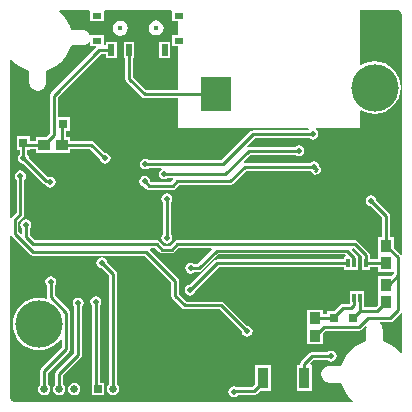
<source format=gtl>
G04*
G04 #@! TF.GenerationSoftware,Altium Limited,Altium Designer,18.1.6 (161)*
G04*
G04 Layer_Physical_Order=1*
G04 Layer_Color=255*
%FSTAX24Y24*%
%MOIN*%
G70*
G01*
G75*
%ADD15C,0.0100*%
%ADD16R,0.0295X0.0315*%
%ADD17R,0.0394X0.0374*%
%ADD18R,0.0315X0.0295*%
%ADD19R,0.0374X0.0394*%
%ADD20R,0.0118X0.0276*%
%ADD21R,0.0642X0.0689*%
%ADD22R,0.0315X0.0197*%
%ADD23R,0.0197X0.0394*%
%ADD24R,0.0354X0.0709*%
%ADD25R,0.1024X0.1181*%
%ADD26R,0.1417X0.1181*%
%ADD36C,0.0118*%
%ADD37C,0.0256*%
%ADD38R,0.0256X0.0256*%
%ADD39C,0.0167*%
%ADD40C,0.0200*%
%ADD41C,0.1575*%
G36*
X016767Y014758D02*
X016767Y014758D01*
X016815Y014754D01*
X016879Y014727D01*
X016935Y014671D01*
X016966Y014598D01*
X016966Y014559D01*
X016966Y014558D01*
Y006611D01*
X016916Y006596D01*
X016914Y006599D01*
X016693Y006819D01*
Y007175D01*
X016558D01*
Y007884D01*
X016548Y007934D01*
X01652Y007977D01*
X016107Y00839D01*
X016094Y008456D01*
X016054Y008515D01*
X015995Y008554D01*
X015925Y008568D01*
X015855Y008554D01*
X015796Y008515D01*
X015757Y008456D01*
X015743Y008386D01*
X015757Y008316D01*
X015796Y008257D01*
X015855Y008217D01*
X015921Y008204D01*
X016296Y007829D01*
Y007175D01*
X016161D01*
Y006635D01*
X016161Y006624D01*
X016161D01*
Y006585D01*
X016161D01*
Y00644D01*
X015896D01*
Y006526D01*
X01588D01*
Y006586D01*
X01587Y006636D01*
X015842Y006678D01*
X015488Y007032D01*
X015446Y00706D01*
X015396Y00707D01*
X009453D01*
X009403Y00706D01*
X00936Y007032D01*
X009227Y006898D01*
X009022D01*
X008888Y007032D01*
X008845Y00706D01*
X008795Y00707D01*
X00471D01*
X004553Y007228D01*
Y007465D01*
X00459Y00752D01*
X004604Y00759D01*
X00459Y00766D01*
X00455Y007719D01*
X004491Y007758D01*
X004421Y007772D01*
X004352Y007758D01*
X004292Y007719D01*
X004253Y00766D01*
X004239Y00759D01*
X004253Y00752D01*
X00429Y007465D01*
Y007303D01*
X004244Y007284D01*
X004174Y007354D01*
Y007692D01*
X004335Y007854D01*
X004363Y007896D01*
X004373Y007946D01*
Y009097D01*
X00441Y009153D01*
X004424Y009222D01*
X00441Y009292D01*
X004371Y009351D01*
X004312Y009391D01*
X004242Y009405D01*
X004172Y009391D01*
X004113Y009351D01*
X004074Y009292D01*
X00406Y009222D01*
X004074Y009153D01*
X004111Y009097D01*
Y008001D01*
X00395Y00784D01*
X003936Y00782D01*
X003886Y007835D01*
X003886Y013095D01*
X003936Y013112D01*
X003953Y013091D01*
X004096Y012951D01*
X004261Y012838D01*
X004444Y012756D01*
X00454Y012727D01*
X004542Y012725D01*
Y012333D01*
X004544Y012297D01*
X004563Y012228D01*
X004599Y012166D01*
X004649Y012116D01*
X004711Y01208D01*
X00478Y012062D01*
X004852D01*
X004921Y01208D01*
X004983Y012116D01*
X005033Y012166D01*
X005069Y012228D01*
X005087Y012297D01*
X00509Y012333D01*
Y012678D01*
X005092Y012727D01*
X005165Y012748D01*
X005307Y012805D01*
X00544Y012881D01*
X005562Y012973D01*
X00567Y013081D01*
X005763Y013203D01*
X005838Y013336D01*
X005895Y013478D01*
X005917Y013551D01*
X005958Y013575D01*
X006311D01*
X00636Y01358D01*
X006452Y013618D01*
X006515Y013681D01*
X006546Y013675D01*
X006565Y013666D01*
Y013553D01*
X006755D01*
X006769Y013524D01*
X006772Y013503D01*
X005251Y011982D01*
X005223Y01194D01*
X005213Y01189D01*
Y010635D01*
X00511Y010532D01*
X004754D01*
Y010397D01*
X004567D01*
Y010561D01*
X004114D01*
Y010089D01*
X004209D01*
Y009928D01*
X004172Y009873D01*
X004158Y009803D01*
X004172Y009733D01*
X004212Y009674D01*
X004271Y009635D01*
X004336Y009622D01*
X004986Y008972D01*
X005029Y008944D01*
X005064Y008937D01*
X005098Y008887D01*
X005157Y008847D01*
X005226Y008834D01*
X005296Y008847D01*
X005355Y008887D01*
X005395Y008946D01*
X005409Y009016D01*
X005395Y009085D01*
X005355Y009145D01*
X005296Y009184D01*
X005226Y009198D01*
X005197Y009192D01*
X005177Y009196D01*
X005133D01*
X004522Y009807D01*
X004509Y009873D01*
X004472Y009928D01*
Y010089D01*
X004567D01*
Y010134D01*
X004754D01*
Y01D01*
X005294D01*
X005305Y01D01*
Y01D01*
X005344D01*
Y01D01*
X005896D01*
Y010134D01*
X006554D01*
X006888Y0098D01*
X006901Y009735D01*
X00694Y009676D01*
X006999Y009636D01*
X007069Y009622D01*
X007139Y009636D01*
X007198Y009676D01*
X007237Y009735D01*
X007251Y009805D01*
X007237Y009874D01*
X007198Y009933D01*
X007139Y009973D01*
X007073Y009986D01*
X006701Y010359D01*
X006658Y010387D01*
X006608Y010397D01*
X005896D01*
Y010532D01*
X005751D01*
Y010728D01*
X005885D01*
Y011181D01*
X005476D01*
Y011835D01*
X006924Y013284D01*
X007096D01*
Y01314D01*
X007451D01*
Y013691D01*
X007096D01*
Y013593D01*
X007087Y013586D01*
X007065Y013591D01*
X007037Y013609D01*
Y013907D01*
X006601D01*
X006565Y013907D01*
X006532Y013944D01*
X006522Y013969D01*
X006452Y014039D01*
X00636Y014077D01*
X006311Y014082D01*
X005958D01*
X005917Y014105D01*
X005888Y014201D01*
X005806Y014384D01*
X005693Y014549D01*
X005553Y014691D01*
X005532Y014708D01*
X005549Y014758D01*
X006525D01*
X006565Y014734D01*
X006565Y014708D01*
Y01438D01*
X007037D01*
Y014708D01*
X007037Y014734D01*
X007078Y014758D01*
X009241D01*
X009281Y014734D01*
Y01438D01*
X009504D01*
Y013907D01*
X009281D01*
Y013553D01*
X009504D01*
Y01208D01*
X00843D01*
X007995Y012515D01*
Y01314D01*
X008041D01*
Y013691D01*
X007687D01*
Y01314D01*
X007733D01*
Y012461D01*
X007743Y01241D01*
X007771Y012368D01*
X008283Y011856D01*
X008326Y011828D01*
X008376Y011818D01*
X009504D01*
Y010807D01*
X013828D01*
X013851Y010757D01*
X013837Y010741D01*
X011998D01*
X011948Y010732D01*
X011905Y010703D01*
X010951Y009749D01*
X008533D01*
X008477Y009786D01*
X008408Y0098D01*
X008338Y009786D01*
X008279Y009746D01*
X008239Y009687D01*
X008225Y009618D01*
X008239Y009548D01*
X008279Y009489D01*
X008338Y009449D01*
X008408Y009435D01*
X008477Y009449D01*
X008533Y009486D01*
X00893D01*
X008946Y009436D01*
X008909Y009412D01*
X008869Y009353D01*
X008855Y009283D01*
X008869Y009213D01*
X008909Y009154D01*
X008968Y009115D01*
X009038Y009101D01*
X009107Y009115D01*
X009163Y009152D01*
X009319D01*
X009339Y009102D01*
X009257Y009019D01*
X008581D01*
X008559Y009041D01*
X008546Y009107D01*
X008506Y009166D01*
X008447Y009205D01*
X008377Y009219D01*
X008308Y009205D01*
X008249Y009166D01*
X008209Y009107D01*
X008195Y009037D01*
X008209Y008967D01*
X008249Y008908D01*
X008308Y008868D01*
X008373Y008855D01*
X008434Y008795D01*
X008476Y008767D01*
X008526Y008757D01*
X009311D01*
X009361Y008767D01*
X009404Y008795D01*
X009514Y008906D01*
X011222D01*
X011272Y008916D01*
X011315Y008944D01*
X011768Y009398D01*
X01389D01*
X013946Y009361D01*
X013949Y00936D01*
X013954Y00934D01*
X013982Y009297D01*
X014025Y009268D01*
X014075Y009258D01*
X014125Y009268D01*
X014168Y009297D01*
X014217Y009346D01*
X014245Y009389D01*
X014255Y009439D01*
X014245Y009489D01*
X014217Y009532D01*
X014193Y009556D01*
X014184Y009599D01*
X014145Y009658D01*
X014085Y009697D01*
X014016Y009711D01*
X013946Y009697D01*
X01389Y00966D01*
X011714D01*
X011706Y009659D01*
X011682Y009705D01*
X011903Y009926D01*
X013389D01*
X013444Y009889D01*
X013514Y009875D01*
X013584Y009889D01*
X013643Y009928D01*
X013682Y009987D01*
X013696Y010057D01*
X013682Y010127D01*
X013643Y010186D01*
X013584Y010225D01*
X013514Y010239D01*
X013444Y010225D01*
X013389Y010188D01*
X011848D01*
X011829Y010184D01*
X011804Y01023D01*
X012052Y010479D01*
X013861D01*
X013916Y010442D01*
X013986Y010428D01*
X014056Y010442D01*
X014115Y010481D01*
X014155Y01054D01*
X014168Y01061D01*
X014155Y01068D01*
X014115Y010739D01*
X014088Y010757D01*
X014103Y010807D01*
X015551D01*
Y01139D01*
X015601Y01142D01*
X01571Y011361D01*
X015874Y011312D01*
X016043Y011295D01*
X016213Y011312D01*
X016376Y011361D01*
X016527Y011442D01*
X016659Y01155D01*
X016767Y011682D01*
X016847Y011832D01*
X016897Y011996D01*
X016914Y012165D01*
X016897Y012335D01*
X016847Y012498D01*
X016767Y012649D01*
X016659Y012781D01*
X016527Y012889D01*
X016376Y012969D01*
X016213Y013019D01*
X016043Y013036D01*
X015874Y013019D01*
X01571Y012969D01*
X015601Y012911D01*
X015551Y012941D01*
Y014758D01*
X016717D01*
X016767Y014758D01*
D02*
G37*
G36*
X00395Y007206D02*
X004556Y0066D01*
X004599Y006572D01*
X004649Y006562D01*
X006787D01*
X006811Y006566D01*
X008376D01*
X009268Y005674D01*
Y005217D01*
X009278Y005166D01*
X009307Y005124D01*
X009622Y004809D01*
X009664Y00478D01*
X009715Y00477D01*
X010884D01*
X011622Y004032D01*
X011635Y003967D01*
X011675Y003908D01*
X011734Y003868D01*
X011804Y003854D01*
X011873Y003868D01*
X011932Y003908D01*
X011972Y003967D01*
X011986Y004037D01*
X011972Y004106D01*
X011932Y004165D01*
X011873Y004205D01*
X011808Y004218D01*
X011031Y004994D01*
X010989Y005023D01*
X010939Y005033D01*
X009769D01*
X009531Y005271D01*
Y005728D01*
X009521Y005779D01*
X009492Y005821D01*
X008556Y006758D01*
X008577Y006808D01*
X008741D01*
X008874Y006674D01*
X008917Y006646D01*
X008967Y006636D01*
X009281D01*
X009331Y006646D01*
X009374Y006674D01*
X009507Y006808D01*
X010602D01*
X010621Y006762D01*
X010133Y006273D01*
X010037D01*
X009981Y00631D01*
X009911Y006324D01*
X009842Y00631D01*
X009783Y006271D01*
X009743Y006211D01*
X009729Y006142D01*
X009743Y006072D01*
X009783Y006013D01*
X009842Y005973D01*
X009911Y005959D01*
X009981Y005973D01*
X010037Y00601D01*
X010187D01*
X010237Y00602D01*
X01028Y006049D01*
X010832Y006601D01*
X015062D01*
X015084Y006573D01*
X015063Y006526D01*
X01503D01*
Y00644D01*
X010797D01*
X010747Y00643D01*
X010704Y006402D01*
X009897Y005595D01*
X009832Y005582D01*
X009773Y005542D01*
X009733Y005483D01*
X009719Y005413D01*
X009733Y005344D01*
X009773Y005285D01*
X009832Y005245D01*
X009902Y005231D01*
X009971Y005245D01*
X01003Y005285D01*
X01007Y005344D01*
X010083Y005409D01*
X010852Y006178D01*
X01503D01*
Y006093D01*
X015502D01*
Y006526D01*
X015481D01*
X015476Y00655D01*
X015448Y006593D01*
X015288Y006753D01*
X015307Y0068D01*
X015345Y006804D01*
X015618Y006531D01*
Y006318D01*
X01562Y006305D01*
Y006093D01*
X015896D01*
Y006178D01*
X016161D01*
Y006033D01*
X01669D01*
Y00596D01*
X016606Y005876D01*
X016161D01*
Y005325D01*
X016161D01*
Y005285D01*
X016161D01*
Y00493D01*
X016078Y004846D01*
X015692D01*
Y004951D01*
X015699D01*
Y005384D01*
X015226D01*
Y004969D01*
X015211Y004954D01*
X01498D01*
X01493Y004944D01*
X014887Y004916D01*
X014696Y004724D01*
X014459D01*
Y004619D01*
X014331D01*
Y004764D01*
X013799D01*
Y004213D01*
X013799Y004213D01*
Y004173D01*
X013799D01*
X013799Y004163D01*
Y003622D01*
X014331D01*
Y003978D01*
X014414Y004061D01*
X015531D01*
X015581Y004071D01*
X015624Y004099D01*
X015731Y004207D01*
X015776Y004181D01*
X015765Y004139D01*
X015762Y004103D01*
X015762Y004103D01*
Y003711D01*
X01576Y003709D01*
X015687Y003688D01*
X015545Y003631D01*
X015411Y003555D01*
X01529Y003463D01*
X015181Y003354D01*
X015089Y003233D01*
X015013Y003099D01*
X014956Y002957D01*
X014935Y002884D01*
X014933Y002882D01*
X014541D01*
X014541Y002882D01*
X014505Y002879D01*
X014436Y002861D01*
X014374Y002825D01*
X014324Y002775D01*
X014288Y002713D01*
X01427Y002644D01*
X01427Y002572D01*
X014288Y002503D01*
X014324Y002441D01*
X014374Y002391D01*
X014436Y002355D01*
X014505Y002336D01*
X014541Y002334D01*
X014541Y002334D01*
X014886D01*
X014935Y002332D01*
X014964Y002236D01*
X015046Y002053D01*
X015159Y001888D01*
X015299Y001745D01*
X01532Y001728D01*
X015303Y001678D01*
X004086D01*
X004086Y001678D01*
X004046Y001678D01*
X003973Y001709D01*
X003917Y001765D01*
X003886Y001838D01*
X003886Y001877D01*
X003886Y007211D01*
X003936Y007226D01*
X00395Y007206D01*
D02*
G37*
G36*
X016966Y004639D02*
Y003341D01*
X016916Y003324D01*
X016899Y003345D01*
X016756Y003485D01*
X016591Y003598D01*
X016408Y00368D01*
X016312Y003709D01*
X01631Y003711D01*
Y004103D01*
X01631D01*
X016308Y004139D01*
X016289Y004208D01*
X016254Y00427D01*
X016216Y004307D01*
X016235Y004357D01*
X016565D01*
X016615Y004367D01*
X016658Y004395D01*
X016914Y004651D01*
X016916Y004654D01*
X016966Y004639D01*
D02*
G37*
%LPC*%
G36*
X008759Y014405D02*
X008663Y014385D01*
X008582Y014331D01*
X008528Y01425D01*
X008509Y014154D01*
X008528Y014058D01*
X008582Y013976D01*
X008663Y013922D01*
X008759Y013903D01*
X008855Y013922D01*
X008937Y013976D01*
X008991Y014058D01*
X00901Y014154D01*
X008991Y01425D01*
X008937Y014331D01*
X008855Y014385D01*
X008759Y014405D01*
D02*
G37*
G36*
X007569Y014395D02*
X007473Y014375D01*
X007391Y014321D01*
X007337Y01424D01*
X007318Y014144D01*
X007337Y014048D01*
X007391Y013966D01*
X007473Y013912D01*
X007569Y013893D01*
X007665Y013912D01*
X007746Y013966D01*
X007801Y014048D01*
X00782Y014144D01*
X007801Y01424D01*
X007746Y014321D01*
X007665Y014375D01*
X007569Y014395D01*
D02*
G37*
G36*
X009222Y013691D02*
X008868D01*
Y01314D01*
X009222D01*
Y013691D01*
D02*
G37*
G36*
X009124Y008647D02*
X009054Y008633D01*
X008995Y008593D01*
X008956Y008534D01*
X008942Y008465D01*
X008956Y008395D01*
X008993Y008339D01*
Y007271D01*
X008956Y007215D01*
X008942Y007146D01*
X008956Y007076D01*
X008995Y007017D01*
X009054Y006977D01*
X009124Y006963D01*
X009194Y006977D01*
X009253Y007017D01*
X009292Y007076D01*
X009306Y007146D01*
X009292Y007215D01*
X009255Y007271D01*
Y008339D01*
X009292Y008395D01*
X009306Y008465D01*
X009292Y008534D01*
X009253Y008593D01*
X009194Y008633D01*
X009124Y008647D01*
D02*
G37*
G36*
X005246Y005881D02*
X005176Y005867D01*
X005117Y005828D01*
X005078Y005769D01*
X005064Y005699D01*
X005078Y005629D01*
X005115Y005574D01*
Y005183D01*
X00512Y005158D01*
X00508Y005118D01*
X005022Y005135D01*
X004852Y005152D01*
X004683Y005135D01*
X004519Y005086D01*
X004369Y005005D01*
X004237Y004897D01*
X004129Y004765D01*
X004048Y004615D01*
X003999Y004451D01*
X003982Y004281D01*
X003999Y004112D01*
X004048Y003948D01*
X004129Y003798D01*
X004237Y003666D01*
X004369Y003558D01*
X004519Y003477D01*
X004683Y003428D01*
X004852Y003411D01*
X005022Y003428D01*
X005185Y003477D01*
X005336Y003558D01*
X005468Y003666D01*
X005576Y003798D01*
X005589Y003822D01*
X005637Y00381D01*
Y00351D01*
X004939Y002811D01*
X00491Y002769D01*
X0049Y002718D01*
Y002277D01*
X004882Y002265D01*
X004837Y002197D01*
X004821Y002116D01*
X004837Y002035D01*
X004882Y001967D01*
X004951Y001921D01*
X005031Y001905D01*
X005112Y001921D01*
X005181Y001967D01*
X005226Y002035D01*
X005242Y002116D01*
X005226Y002197D01*
X005181Y002265D01*
X005163Y002277D01*
Y002664D01*
X005861Y003363D01*
X00589Y003405D01*
X0059Y003456D01*
Y004661D01*
X00589Y004711D01*
X005861Y004754D01*
X005377Y005238D01*
Y005574D01*
X005414Y005629D01*
X005428Y005699D01*
X005414Y005769D01*
X005375Y005828D01*
X005316Y005867D01*
X005246Y005881D01*
D02*
G37*
G36*
X014596Y003391D02*
X014527Y003377D01*
X014471Y00334D01*
X013947D01*
X013897Y00333D01*
X013854Y003301D01*
X013608Y003055D01*
X01358Y003013D01*
X01357Y002963D01*
Y002923D01*
X013445D01*
Y002057D01*
X013957D01*
Y002923D01*
X013912D01*
X013893Y002969D01*
X014001Y003077D01*
X014471D01*
X014527Y00304D01*
X014596Y003026D01*
X014666Y00304D01*
X014725Y00308D01*
X014765Y003139D01*
X014779Y003209D01*
X014765Y003278D01*
X014725Y003338D01*
X014666Y003377D01*
X014596Y003391D01*
D02*
G37*
G36*
X012579Y002923D02*
X012067D01*
Y002282D01*
X011963Y002179D01*
X011444D01*
X011418Y002196D01*
X011348Y00221D01*
X011279Y002196D01*
X01122Y002156D01*
X01118Y002097D01*
X011166Y002028D01*
X01118Y001958D01*
X01122Y001899D01*
X011279Y001859D01*
X011348Y001845D01*
X011418Y001859D01*
X011477Y001899D01*
X011489Y001916D01*
X012018D01*
X012068Y001926D01*
X012111Y001954D01*
X012213Y002057D01*
X012579D01*
Y002923D01*
D02*
G37*
G36*
X006754Y005213D02*
X006684Y005199D01*
X006625Y00516D01*
X006586Y005101D01*
X006572Y005031D01*
X006586Y004961D01*
X006623Y004905D01*
Y002333D01*
X006618D01*
Y001919D01*
X007031D01*
Y002333D01*
X006885D01*
Y004905D01*
X006922Y004961D01*
X006936Y005031D01*
X006922Y005101D01*
X006883Y00516D01*
X006824Y005199D01*
X006754Y005213D01*
D02*
G37*
G36*
X006949Y006501D02*
X006879Y006487D01*
X00682Y006448D01*
X00678Y006389D01*
X006767Y006319D01*
X00678Y006249D01*
X00682Y00619D01*
X006879Y006151D01*
X006945Y006137D01*
X007194Y005889D01*
Y002287D01*
X007176Y002275D01*
X00713Y002207D01*
X007114Y002126D01*
X00713Y002045D01*
X007176Y001977D01*
X007244Y001931D01*
X007325Y001915D01*
X007405Y001931D01*
X007474Y001977D01*
X00752Y002045D01*
X007536Y002126D01*
X00752Y002207D01*
X007474Y002275D01*
X007456Y002287D01*
Y005943D01*
X007446Y005993D01*
X007418Y006036D01*
X00713Y006323D01*
X007117Y006389D01*
X007078Y006448D01*
X007019Y006487D01*
X006949Y006501D01*
D02*
G37*
G36*
X006032Y002327D02*
X005951Y002311D01*
X005882Y002265D01*
X005837Y002197D01*
X005821Y002116D01*
X005837Y002035D01*
X005882Y001967D01*
X005951Y001921D01*
X006032Y001905D01*
X006112Y001921D01*
X006181Y001967D01*
X006226Y002035D01*
X006242Y002116D01*
X006226Y002197D01*
X006181Y002265D01*
X006112Y002311D01*
X006032Y002327D01*
D02*
G37*
G36*
X006161Y005157D02*
X006092Y005143D01*
X006032Y005103D01*
X005993Y005044D01*
X005979Y004974D01*
X005993Y004905D01*
X00603Y004849D01*
Y003312D01*
X005439Y002721D01*
X00541Y002678D01*
X0054Y002628D01*
Y002277D01*
X005382Y002265D01*
X005337Y002197D01*
X005321Y002116D01*
X005337Y002035D01*
X005382Y001967D01*
X005451Y001921D01*
X005531Y001905D01*
X005612Y001921D01*
X005681Y001967D01*
X005726Y002035D01*
X005742Y002116D01*
X005726Y002197D01*
X005681Y002265D01*
X005663Y002277D01*
Y002574D01*
X006254Y003165D01*
X006283Y003208D01*
X006293Y003258D01*
Y004849D01*
X00633Y004905D01*
X006344Y004974D01*
X00633Y005044D01*
X00629Y005103D01*
X006231Y005143D01*
X006161Y005157D01*
D02*
G37*
%LPD*%
D15*
X004242Y007946D02*
Y009222D01*
X011005Y009618D02*
X011998Y01061D01*
X008408Y009618D02*
X011005D01*
X006161Y003258D02*
Y004974D01*
X005531Y002628D02*
X006161Y003258D01*
X005246Y005183D02*
X005769Y004661D01*
X005246Y005183D02*
Y005699D01*
X0094Y005217D02*
X009715Y004902D01*
X010939D01*
X0094Y005217D02*
Y005728D01*
X010939Y004902D02*
X011804Y004037D01*
X009902Y005413D02*
X010797Y006309D01*
X012018Y002047D02*
X012323Y002352D01*
X011368Y002047D02*
X012018D01*
X004043Y007299D02*
X004649Y006693D01*
X004043Y007747D02*
X004242Y007946D01*
X004043Y007299D02*
Y007747D01*
X005226Y009016D02*
X005246D01*
X005177Y009065D02*
X005226Y009016D01*
X005079Y009065D02*
X005177D01*
X004341Y009803D02*
X005079Y009065D01*
X004341Y009803D02*
Y010325D01*
X0044Y010266D01*
X00503D01*
X004649Y006693D02*
X006787D01*
X013947Y003209D02*
X014596D01*
X013701Y002963D02*
X013947Y003209D01*
X013701Y00249D02*
Y002963D01*
X008377Y009037D02*
X008526Y008888D01*
X008377Y009037D02*
X008414D01*
X008415Y009035D01*
X005344Y01058D02*
Y01189D01*
X00687Y013415D02*
X007274D01*
X005344Y01189D02*
X00687Y013415D01*
X00503Y010266D02*
X005344Y01058D01*
X011348Y002028D02*
X011368Y002047D01*
X012323Y002352D02*
Y00249D01*
X014075Y00939D02*
X014124Y009439D01*
X016821Y004744D02*
Y005906D01*
X016565Y004488D02*
X016821Y004744D01*
X015827Y004488D02*
X016565D01*
X015531Y004192D02*
X015827Y004488D01*
X014359Y004192D02*
X015531D01*
X014065Y003898D02*
X014359Y004192D01*
X00843Y006698D02*
X0094Y005728D01*
X006792Y006698D02*
X00843D01*
X006787Y006693D02*
X006792Y006698D01*
X004656Y006939D02*
X008795D01*
X008967Y006767D01*
X006949Y006319D02*
X007325Y005943D01*
X015561Y004715D02*
Y005167D01*
Y004715D02*
X016132D01*
X016427Y00501D01*
Y0069D02*
X016821Y006506D01*
Y005906D02*
Y006506D01*
X016516Y0056D02*
X016821Y005906D01*
X016427Y0056D02*
X016516D01*
X015925Y008386D02*
X016427Y007884D01*
Y0069D02*
Y007884D01*
X015749Y006318D02*
Y006586D01*
X015396Y006939D02*
X015749Y006586D01*
X008376Y011949D02*
X010758D01*
X007864Y012461D02*
X008376Y011949D01*
X007864Y012461D02*
Y013415D01*
X005769Y003456D02*
Y004661D01*
X005031Y002718D02*
X005769Y003456D01*
X005031Y002116D02*
Y002718D01*
X005531Y002116D02*
Y002628D01*
X007325Y002126D02*
Y005943D01*
X006754Y002197D02*
Y005031D01*
Y002197D02*
X006825Y002126D01*
X009281Y006767D02*
X009453Y006939D01*
X008967Y006767D02*
X009281D01*
X004421Y007173D02*
X004656Y006939D01*
X004421Y007173D02*
Y00759D01*
X00562Y010926D02*
X005649Y010955D01*
X00562Y010266D02*
Y010926D01*
Y010266D02*
X006608D01*
X007069Y009805D01*
X014065Y004488D02*
X014685D01*
Y004528D01*
X01498Y004823D01*
X015266D01*
X015364Y004921D01*
Y005167D01*
X015325Y004478D02*
X015561Y004715D01*
X009453Y006939D02*
X015396D01*
X015749Y006318D02*
X015758Y006309D01*
X016427D01*
X010797D02*
X015167D01*
X010778Y006732D02*
X015123D01*
X010187Y006142D02*
X010778Y006732D01*
X009911Y006142D02*
X010187D01*
X015123Y006732D02*
X015355Y0065D01*
Y006318D02*
X015364Y006309D01*
X015355Y006318D02*
Y0065D01*
X009124Y007146D02*
Y008465D01*
X011998Y01061D02*
X013986D01*
X011714Y009529D02*
X014016D01*
X011222Y009037D02*
X011714Y009529D01*
X00946Y009037D02*
X011222D01*
X011074Y009283D02*
X011848Y010057D01*
X013514D01*
X014034Y009529D02*
X014124Y009439D01*
X014016Y009529D02*
X014034D01*
X009311Y008888D02*
X00946Y009037D01*
X008526Y008888D02*
X009311D01*
X009038Y009283D02*
X011074D01*
X013986Y01061D02*
X013996Y0106D01*
D16*
X004341Y010325D02*
D03*
Y010915D02*
D03*
X015325Y003888D02*
D03*
Y004478D02*
D03*
X014685Y004488D02*
D03*
Y003898D02*
D03*
D17*
X00503Y010266D02*
D03*
X00562D02*
D03*
D18*
X005649Y010955D02*
D03*
X005058D02*
D03*
D19*
X014065Y004488D02*
D03*
Y003898D02*
D03*
X016427Y006309D02*
D03*
Y0069D02*
D03*
Y00501D02*
D03*
Y0056D02*
D03*
D20*
X015167Y005167D02*
D03*
X015364D02*
D03*
X015561D02*
D03*
X015758D02*
D03*
Y006309D02*
D03*
X015561D02*
D03*
X015364D02*
D03*
X015167D02*
D03*
D21*
X015463Y005738D02*
D03*
D22*
X009518Y01373D02*
D03*
Y014557D02*
D03*
X006801D02*
D03*
Y01373D02*
D03*
D23*
X007274Y013415D02*
D03*
X007864D02*
D03*
X009045D02*
D03*
D24*
X013701Y00249D02*
D03*
X012323D02*
D03*
D25*
X010758Y011949D02*
D03*
D26*
Y003524D02*
D03*
D36*
X015561Y005738D02*
Y006309D01*
X004341Y010974D02*
X00437Y010945D01*
X007539Y001841D02*
X007825Y002126D01*
X004807Y001841D02*
X007539D01*
X004532Y002116D02*
X004807Y001841D01*
X004341Y010974D02*
Y011447D01*
Y010915D02*
X00437Y010945D01*
X013209Y004931D02*
X013366Y004774D01*
X011447Y004931D02*
X013209D01*
X015167Y005443D02*
X015463Y005738D01*
X015335D02*
X015463D01*
X013366Y004774D02*
X01376Y005167D01*
X013337Y003898D02*
Y004744D01*
X013366Y004774D01*
X013337Y003898D02*
X013711Y003524D01*
X010758Y002667D02*
Y003524D01*
X010669Y002667D02*
X010758D01*
X010128Y002126D02*
X010669Y002667D01*
X007825Y002126D02*
X010128D01*
X005019Y010915D02*
X005058Y010955D01*
X004341Y010915D02*
X005019D01*
X014311Y003524D02*
X014685Y003898D01*
X013711Y003524D02*
X014311D01*
X01376Y005167D02*
X015167D01*
X014695Y003888D02*
X015325D01*
X014685Y003898D02*
X014695Y003888D01*
X015167Y005167D02*
Y005443D01*
X015463Y005738D02*
X015758Y005443D01*
Y005167D02*
Y005443D01*
X015463Y005738D02*
X015561D01*
D37*
X007825Y002126D02*
D03*
X007325D02*
D03*
X006032Y002116D02*
D03*
X005531D02*
D03*
X005031D02*
D03*
D38*
X006825Y002126D02*
D03*
X004532Y002116D02*
D03*
D39*
X007569Y014144D02*
D03*
X008759Y014154D02*
D03*
D40*
X004242Y009222D02*
D03*
X004341Y011447D02*
D03*
X006161Y004974D02*
D03*
X005246Y005699D02*
D03*
X011447Y004931D02*
D03*
X009902Y005413D02*
D03*
X013366Y004774D02*
D03*
X010758Y002667D02*
D03*
X005226Y009016D02*
D03*
X004341Y009803D02*
D03*
X014596Y003209D02*
D03*
X008377Y009037D02*
D03*
X011804Y004037D02*
D03*
X011348Y002028D02*
D03*
X006949Y006319D02*
D03*
X015925Y008386D02*
D03*
X006754Y005031D02*
D03*
X007069Y009805D02*
D03*
X004421Y00759D02*
D03*
X009911Y006142D02*
D03*
X009124Y007146D02*
D03*
Y008465D02*
D03*
X013514Y010057D02*
D03*
X014016Y009529D02*
D03*
X009038Y009283D02*
D03*
X008408Y009618D02*
D03*
X013986Y01061D02*
D03*
D41*
X004852Y004281D02*
D03*
X016043Y012165D02*
D03*
M02*

</source>
